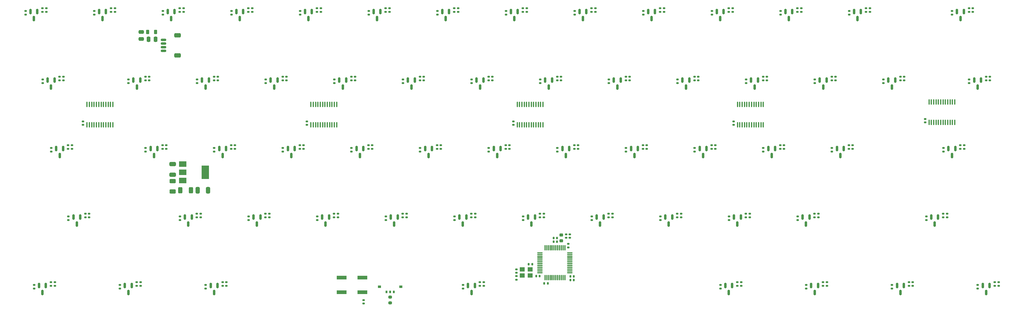
<source format=gbr>
%TF.GenerationSoftware,KiCad,Pcbnew,7.0.7*%
%TF.CreationDate,2023-12-09T23:09:19-05:00*%
%TF.ProjectId,keyboard,6b657962-6f61-4726-942e-6b696361645f,rev?*%
%TF.SameCoordinates,Original*%
%TF.FileFunction,Paste,Bot*%
%TF.FilePolarity,Positive*%
%FSLAX46Y46*%
G04 Gerber Fmt 4.6, Leading zero omitted, Abs format (unit mm)*
G04 Created by KiCad (PCBNEW 7.0.7) date 2023-12-09 23:09:19*
%MOMM*%
%LPD*%
G01*
G04 APERTURE LIST*
G04 Aperture macros list*
%AMRoundRect*
0 Rectangle with rounded corners*
0 $1 Rounding radius*
0 $2 $3 $4 $5 $6 $7 $8 $9 X,Y pos of 4 corners*
0 Add a 4 corners polygon primitive as box body*
4,1,4,$2,$3,$4,$5,$6,$7,$8,$9,$2,$3,0*
0 Add four circle primitives for the rounded corners*
1,1,$1+$1,$2,$3*
1,1,$1+$1,$4,$5*
1,1,$1+$1,$6,$7*
1,1,$1+$1,$8,$9*
0 Add four rect primitives between the rounded corners*
20,1,$1+$1,$2,$3,$4,$5,0*
20,1,$1+$1,$4,$5,$6,$7,0*
20,1,$1+$1,$6,$7,$8,$9,0*
20,1,$1+$1,$8,$9,$2,$3,0*%
G04 Aperture macros list end*
%ADD10R,2.750000X1.000000*%
%ADD11RoundRect,0.150000X-0.150000X0.587500X-0.150000X-0.587500X0.150000X-0.587500X0.150000X0.587500X0*%
%ADD12RoundRect,0.140000X-0.170000X0.140000X-0.170000X-0.140000X0.170000X-0.140000X0.170000X0.140000X0*%
%ADD13RoundRect,0.135000X-0.185000X0.135000X-0.185000X-0.135000X0.185000X-0.135000X0.185000X0.135000X0*%
%ADD14RoundRect,0.100000X-0.100000X0.637500X-0.100000X-0.637500X0.100000X-0.637500X0.100000X0.637500X0*%
%ADD15RoundRect,0.250000X0.312500X0.625000X-0.312500X0.625000X-0.312500X-0.625000X0.312500X-0.625000X0*%
%ADD16R,2.000000X1.500000*%
%ADD17R,2.000000X3.800000*%
%ADD18RoundRect,0.140000X0.170000X-0.140000X0.170000X0.140000X-0.170000X0.140000X-0.170000X-0.140000X0*%
%ADD19RoundRect,0.218750X0.218750X0.381250X-0.218750X0.381250X-0.218750X-0.381250X0.218750X-0.381250X0*%
%ADD20RoundRect,0.140000X0.140000X0.170000X-0.140000X0.170000X-0.140000X-0.170000X0.140000X-0.170000X0*%
%ADD21RoundRect,0.250000X-0.475000X0.250000X-0.475000X-0.250000X0.475000X-0.250000X0.475000X0.250000X0*%
%ADD22RoundRect,0.250000X-0.650000X0.325000X-0.650000X-0.325000X0.650000X-0.325000X0.650000X0.325000X0*%
%ADD23R,1.400000X1.200000*%
%ADD24R,0.600000X0.700000*%
%ADD25R,0.900000X0.700000*%
%ADD26RoundRect,0.140000X-0.140000X-0.170000X0.140000X-0.170000X0.140000X0.170000X-0.140000X0.170000X0*%
%ADD27RoundRect,0.250000X-0.625000X0.312500X-0.625000X-0.312500X0.625000X-0.312500X0.625000X0.312500X0*%
%ADD28RoundRect,0.135000X0.135000X0.185000X-0.135000X0.185000X-0.135000X-0.185000X0.135000X-0.185000X0*%
%ADD29RoundRect,0.250000X0.325000X0.650000X-0.325000X0.650000X-0.325000X-0.650000X0.325000X-0.650000X0*%
%ADD30RoundRect,0.075000X-0.662500X-0.075000X0.662500X-0.075000X0.662500X0.075000X-0.662500X0.075000X0*%
%ADD31RoundRect,0.075000X-0.075000X-0.662500X0.075000X-0.662500X0.075000X0.662500X-0.075000X0.662500X0*%
%ADD32RoundRect,0.200000X-0.275000X0.200000X-0.275000X-0.200000X0.275000X-0.200000X0.275000X0.200000X0*%
%ADD33RoundRect,0.250000X0.250000X0.475000X-0.250000X0.475000X-0.250000X-0.475000X0.250000X-0.475000X0*%
%ADD34RoundRect,0.218750X0.256250X-0.218750X0.256250X0.218750X-0.256250X0.218750X-0.256250X-0.218750X0*%
%ADD35RoundRect,0.150000X-0.625000X0.150000X-0.625000X-0.150000X0.625000X-0.150000X0.625000X0.150000X0*%
%ADD36RoundRect,0.250000X-0.650000X0.350000X-0.650000X-0.350000X0.650000X-0.350000X0.650000X0.350000X0*%
G04 APERTURE END LIST*
D10*
%TO.C,SW1*%
X92172456Y-82109800D03*
X97922456Y-82109800D03*
X92172456Y-86109800D03*
X97922456Y-86109800D03*
%TD*%
D11*
%TO.C,HALL60*%
X246306206Y-84327300D03*
X248206206Y-84327300D03*
X247256206Y-86202300D03*
%TD*%
D12*
%TO.C,C51*%
X38761256Y-26228500D03*
X38761256Y-27188500D03*
%TD*%
D13*
%TO.C,R11*%
X161516256Y-7169500D03*
X161516256Y-8189500D03*
%TD*%
D12*
%TO.C,C50*%
X32992256Y-26983500D03*
X32992256Y-27943500D03*
%TD*%
D14*
%TO.C,U6*%
X140893756Y-33887300D03*
X141543756Y-33887300D03*
X142193756Y-33887300D03*
X142843756Y-33887300D03*
X143493756Y-33887300D03*
X144143756Y-33887300D03*
X144793756Y-33887300D03*
X145443756Y-33887300D03*
X146093756Y-33887300D03*
X146743756Y-33887300D03*
X147393756Y-33887300D03*
X148043756Y-33887300D03*
X148043756Y-39612300D03*
X147393756Y-39612300D03*
X146743756Y-39612300D03*
X146093756Y-39612300D03*
X145443756Y-39612300D03*
X144793756Y-39612300D03*
X144143756Y-39612300D03*
X143493756Y-39612300D03*
X142843756Y-39612300D03*
X142193756Y-39612300D03*
X141543756Y-39612300D03*
X140893756Y-39612300D03*
%TD*%
D11*
%TO.C,HALL47*%
X124862456Y-65277300D03*
X126762456Y-65277300D03*
X125812456Y-67152300D03*
%TD*%
D12*
%TO.C,C105*%
X53048756Y-64328500D03*
X53048756Y-65288500D03*
%TD*%
%TO.C,C115*%
X148298756Y-64328500D03*
X148298756Y-65288500D03*
%TD*%
%TO.C,C62*%
X147292256Y-26983500D03*
X147292256Y-27943500D03*
%TD*%
D15*
%TO.C,R65*%
X50337500Y-57800000D03*
X47412500Y-57800000D03*
%TD*%
D12*
%TO.C,C64*%
X166342256Y-26983500D03*
X166342256Y-27943500D03*
%TD*%
%TO.C,C141*%
X274505006Y-83378500D03*
X274505006Y-84338500D03*
%TD*%
%TO.C,C78*%
X37754756Y-46033500D03*
X37754756Y-46993500D03*
%TD*%
%TO.C,C113*%
X129248756Y-64328500D03*
X129248756Y-65288500D03*
%TD*%
%TO.C,C60*%
X128242256Y-26983500D03*
X128242256Y-27943500D03*
%TD*%
%TO.C,C88*%
X133004756Y-46033500D03*
X133004756Y-46993500D03*
%TD*%
D13*
%TO.C,R47*%
X90078756Y-64319500D03*
X90078756Y-65339500D03*
%TD*%
D12*
%TO.C,C66*%
X185392256Y-26983500D03*
X185392256Y-27943500D03*
%TD*%
D11*
%TO.C,HALL44*%
X67712456Y-65277300D03*
X69612456Y-65277300D03*
X68662456Y-67152300D03*
%TD*%
%TO.C,HALL39*%
X210587456Y-46227300D03*
X212487456Y-46227300D03*
X211537456Y-48102300D03*
%TD*%
D16*
%TO.C,U2*%
X48043750Y-55075000D03*
X48043750Y-52775000D03*
D17*
X54343750Y-52775000D03*
D16*
X48043750Y-50475000D03*
%TD*%
D12*
%TO.C,C74*%
X266354756Y-26983500D03*
X266354756Y-27943500D03*
%TD*%
D13*
%TO.C,R61*%
X225810006Y-83369500D03*
X225810006Y-84389500D03*
%TD*%
D11*
%TO.C,HALL6*%
X101049956Y-8127300D03*
X102949956Y-8127300D03*
X101999956Y-10002300D03*
%TD*%
D12*
%TO.C,C118*%
X180629756Y-65083500D03*
X180629756Y-66043500D03*
%TD*%
%TO.C,C98*%
X228254756Y-46033500D03*
X228254756Y-46993500D03*
%TD*%
D11*
%TO.C,HALL4*%
X62949956Y-8127300D03*
X64849956Y-8127300D03*
X63899956Y-10002300D03*
%TD*%
%TO.C,HALL36*%
X153437456Y-46227300D03*
X155337456Y-46227300D03*
X154387456Y-48102300D03*
%TD*%
%TO.C,HALL13*%
X234399956Y-8127300D03*
X236299956Y-8127300D03*
X235349956Y-10002300D03*
%TD*%
D18*
%TO.C,C12*%
X20407756Y-39609900D03*
X20407756Y-38649900D03*
%TD*%
D12*
%TO.C,C68*%
X204442256Y-26983500D03*
X204442256Y-27943500D03*
%TD*%
D11*
%TO.C,HALL22*%
X148674956Y-27177300D03*
X150574956Y-27177300D03*
X149624956Y-29052300D03*
%TD*%
D12*
%TO.C,C84*%
X94904756Y-46033500D03*
X94904756Y-46993500D03*
%TD*%
D11*
%TO.C,HALL33*%
X96287456Y-46227300D03*
X98187456Y-46227300D03*
X97237456Y-48102300D03*
%TD*%
D18*
%TO.C,C4*%
X155457549Y-70992300D03*
X155457549Y-70032300D03*
%TD*%
D19*
%TO.C,FB2*%
X40477456Y-13800000D03*
X38352456Y-13800000D03*
%TD*%
D12*
%TO.C,C59*%
X114961256Y-26228500D03*
X114961256Y-27188500D03*
%TD*%
%TO.C,C19*%
X29236256Y-7178500D03*
X29236256Y-8138500D03*
%TD*%
%TO.C,C38*%
X175867256Y-7933500D03*
X175867256Y-8893500D03*
%TD*%
D13*
%TO.C,R7*%
X85316256Y-7169500D03*
X85316256Y-8189500D03*
%TD*%
%TO.C,R5*%
X47216256Y-7169500D03*
X47216256Y-8189500D03*
%TD*%
%TO.C,R62*%
X249622506Y-83369500D03*
X249622506Y-84389500D03*
%TD*%
%TO.C,R56*%
X11497506Y-83369500D03*
X11497506Y-84389500D03*
%TD*%
D18*
%TO.C,C22*%
X200945256Y-39609900D03*
X200945256Y-38649900D03*
%TD*%
D11*
%TO.C,HALL15*%
X10562456Y-27177300D03*
X12462456Y-27177300D03*
X11512456Y-29052300D03*
%TD*%
D12*
%TO.C,C81*%
X62573756Y-45278500D03*
X62573756Y-46238500D03*
%TD*%
D13*
%TO.C,R55*%
X259147506Y-64319500D03*
X259147506Y-65339500D03*
%TD*%
D11*
%TO.C,HALL12*%
X215349956Y-8127300D03*
X217249956Y-8127300D03*
X216299956Y-10002300D03*
%TD*%
D14*
%TO.C,U7*%
X202043756Y-33887300D03*
X202693756Y-33887300D03*
X203343756Y-33887300D03*
X203993756Y-33887300D03*
X204643756Y-33887300D03*
X205293756Y-33887300D03*
X205943756Y-33887300D03*
X206593756Y-33887300D03*
X207243756Y-33887300D03*
X207893756Y-33887300D03*
X208543756Y-33887300D03*
X209193756Y-33887300D03*
X209193756Y-39612300D03*
X208543756Y-39612300D03*
X207893756Y-39612300D03*
X207243756Y-39612300D03*
X206593756Y-39612300D03*
X205943756Y-39612300D03*
X205293756Y-39612300D03*
X204643756Y-39612300D03*
X203993756Y-39612300D03*
X203343756Y-39612300D03*
X202693756Y-39612300D03*
X202043756Y-39612300D03*
%TD*%
D12*
%TO.C,C136*%
X221111006Y-84133500D03*
X221111006Y-85093500D03*
%TD*%
%TO.C,C116*%
X161579756Y-65083500D03*
X161579756Y-66043500D03*
%TD*%
D13*
%TO.C,R1*%
X9116256Y-7169500D03*
X9116256Y-8189500D03*
%TD*%
D11*
%TO.C,HALL20*%
X110574956Y-27177300D03*
X112474956Y-27177300D03*
X111524956Y-29052300D03*
%TD*%
D13*
%TO.C,R14*%
X218666256Y-7169500D03*
X218666256Y-8189500D03*
%TD*%
%TO.C,R10*%
X142466256Y-7169500D03*
X142466256Y-8189500D03*
%TD*%
%TO.C,R41*%
X213903756Y-45269500D03*
X213903756Y-46289500D03*
%TD*%
D11*
%TO.C,HALL2*%
X24849956Y-8127300D03*
X26749956Y-8127300D03*
X25799956Y-10002300D03*
%TD*%
D20*
%TO.C,C6*%
X151932268Y-72072488D03*
X150972268Y-72072488D03*
%TD*%
D12*
%TO.C,C97*%
X214973756Y-45278500D03*
X214973756Y-46238500D03*
%TD*%
D13*
%TO.C,R45*%
X51978756Y-64319500D03*
X51978756Y-65339500D03*
%TD*%
D12*
%TO.C,C27*%
X67336256Y-7178500D03*
X67336256Y-8138500D03*
%TD*%
%TO.C,C45*%
X238786256Y-7178500D03*
X238786256Y-8138500D03*
%TD*%
D21*
%TO.C,C142*%
X36541206Y-13800000D03*
X36541206Y-15700000D03*
%TD*%
D12*
%TO.C,C140*%
X268736006Y-84133500D03*
X268736006Y-85093500D03*
%TD*%
%TO.C,C29*%
X86386256Y-7178500D03*
X86386256Y-8138500D03*
%TD*%
%TO.C,C85*%
X100673756Y-45278500D03*
X100673756Y-46238500D03*
%TD*%
%TO.C,C28*%
X80617256Y-7933500D03*
X80617256Y-8893500D03*
%TD*%
%TO.C,C133*%
X131630006Y-83378500D03*
X131630006Y-84338500D03*
%TD*%
D13*
%TO.C,R34*%
X80553756Y-45269500D03*
X80553756Y-46289500D03*
%TD*%
D12*
%TO.C,C14*%
X140704956Y-79759800D03*
X140704956Y-80719800D03*
%TD*%
%TO.C,C43*%
X219736256Y-7178500D03*
X219736256Y-8138500D03*
%TD*%
D11*
%TO.C,HALL34*%
X115337456Y-46227300D03*
X117237456Y-46227300D03*
X116287456Y-48102300D03*
%TD*%
D13*
%TO.C,R29*%
X247241256Y-26219500D03*
X247241256Y-27239500D03*
%TD*%
D12*
%TO.C,C87*%
X119723756Y-45278500D03*
X119723756Y-46238500D03*
%TD*%
D11*
%TO.C,HALL43*%
X48662456Y-65277300D03*
X50562456Y-65277300D03*
X49612456Y-67152300D03*
%TD*%
D18*
%TO.C,C5*%
X154457549Y-70992300D03*
X154457549Y-70032300D03*
%TD*%
D12*
%TO.C,C131*%
X60192506Y-83378500D03*
X60192506Y-84338500D03*
%TD*%
D13*
%TO.C,R38*%
X156753756Y-45269500D03*
X156753756Y-46289500D03*
%TD*%
D11*
%TO.C,HALL58*%
X198681206Y-84327300D03*
X200581206Y-84327300D03*
X199631206Y-86202300D03*
%TD*%
D12*
%TO.C,C128*%
X30611006Y-84133500D03*
X30611006Y-85093500D03*
%TD*%
D11*
%TO.C,HALL59*%
X222493706Y-84327300D03*
X224393706Y-84327300D03*
X223443706Y-86202300D03*
%TD*%
D13*
%TO.C,R13*%
X199616256Y-7169500D03*
X199616256Y-8189500D03*
%TD*%
%TO.C,R30*%
X271053756Y-26219500D03*
X271053756Y-27239500D03*
%TD*%
%TO.C,R23*%
X132941256Y-26219500D03*
X132941256Y-27239500D03*
%TD*%
D12*
%TO.C,C76*%
X11561006Y-46033500D03*
X11561006Y-46993500D03*
%TD*%
%TO.C,C121*%
X205448756Y-64328500D03*
X205448756Y-65288500D03*
%TD*%
D11*
%TO.C,HALL32*%
X77237456Y-46227300D03*
X79137456Y-46227300D03*
X78187456Y-48102300D03*
%TD*%
D12*
%TO.C,C2*%
X10186256Y-7178500D03*
X10186256Y-8138500D03*
%TD*%
D13*
%TO.C,R46*%
X71028756Y-64319500D03*
X71028756Y-65339500D03*
%TD*%
D12*
%TO.C,C91*%
X157823756Y-45278500D03*
X157823756Y-46238500D03*
%TD*%
D22*
%TO.C,C15*%
X45300000Y-50525000D03*
X45300000Y-53475000D03*
%TD*%
D12*
%TO.C,C52*%
X52042256Y-26983500D03*
X52042256Y-27943500D03*
%TD*%
D11*
%TO.C,HALL7*%
X120099956Y-8127300D03*
X121999956Y-8127300D03*
X121049956Y-10002300D03*
%TD*%
D13*
%TO.C,R63*%
X273435006Y-83369500D03*
X273435006Y-84389500D03*
%TD*%
D12*
%TO.C,C96*%
X209204756Y-46033500D03*
X209204756Y-46993500D03*
%TD*%
D23*
%TO.C,Y1*%
X144504956Y-81469800D03*
X142304956Y-81469800D03*
X142304956Y-79769800D03*
X144504956Y-79769800D03*
%TD*%
D13*
%TO.C,R24*%
X151991256Y-26219500D03*
X151991256Y-27239500D03*
%TD*%
D12*
%TO.C,C109*%
X91148756Y-64328500D03*
X91148756Y-65288500D03*
%TD*%
D14*
%TO.C,U8*%
X255193756Y-33193500D03*
X255843756Y-33193500D03*
X256493756Y-33193500D03*
X257143756Y-33193500D03*
X257793756Y-33193500D03*
X258443756Y-33193500D03*
X259093756Y-33193500D03*
X259743756Y-33193500D03*
X260393756Y-33193500D03*
X261043756Y-33193500D03*
X261693756Y-33193500D03*
X262343756Y-33193500D03*
X262343756Y-38918500D03*
X261693756Y-38918500D03*
X261043756Y-38918500D03*
X260393756Y-38918500D03*
X259743756Y-38918500D03*
X259093756Y-38918500D03*
X258443756Y-38918500D03*
X257793756Y-38918500D03*
X257143756Y-38918500D03*
X256493756Y-38918500D03*
X255843756Y-38918500D03*
X255193756Y-38918500D03*
%TD*%
D13*
%TO.C,R32*%
X42453756Y-45269500D03*
X42453756Y-46289500D03*
%TD*%
D11*
%TO.C,HALL55*%
X31993706Y-84327300D03*
X33893706Y-84327300D03*
X32943706Y-86202300D03*
%TD*%
D12*
%TO.C,C120*%
X199679756Y-65083500D03*
X199679756Y-66043500D03*
%TD*%
D13*
%TO.C,R12*%
X180566256Y-7169500D03*
X180566256Y-8189500D03*
%TD*%
D11*
%TO.C,HALL9*%
X158199956Y-8127300D03*
X160099956Y-8127300D03*
X159149956Y-10002300D03*
%TD*%
%TO.C,HALL41*%
X260593706Y-46227300D03*
X262493706Y-46227300D03*
X261543706Y-48102300D03*
%TD*%
D24*
%TO.C,U3*%
X104624956Y-86069800D03*
X106624956Y-86069800D03*
X105624956Y-86069800D03*
D25*
X102624956Y-84619800D03*
X108624956Y-84619800D03*
%TD*%
D12*
%TO.C,C31*%
X105436256Y-7178500D03*
X105436256Y-8138500D03*
%TD*%
%TO.C,C123*%
X224498756Y-64328500D03*
X224498756Y-65288500D03*
%TD*%
D11*
%TO.C,HALL45*%
X86762456Y-65277300D03*
X88662456Y-65277300D03*
X87712456Y-67152300D03*
%TD*%
D13*
%TO.C,R15*%
X237716256Y-7169500D03*
X237716256Y-8189500D03*
%TD*%
D12*
%TO.C,C37*%
X162586256Y-7178500D03*
X162586256Y-8138500D03*
%TD*%
D11*
%TO.C,HALL11*%
X196299956Y-8127300D03*
X198199956Y-8127300D03*
X197249956Y-10002300D03*
%TD*%
D12*
%TO.C,C36*%
X156817256Y-7933500D03*
X156817256Y-8893500D03*
%TD*%
%TO.C,C95*%
X195923756Y-45278500D03*
X195923756Y-46238500D03*
%TD*%
D11*
%TO.C,HALL28*%
X267737456Y-27177300D03*
X269637456Y-27177300D03*
X268687456Y-29052300D03*
%TD*%
D18*
%TO.C,C20*%
X139795256Y-39609900D03*
X139795256Y-38649900D03*
%TD*%
D11*
%TO.C,HALL42*%
X17706206Y-65277300D03*
X19606206Y-65277300D03*
X18656206Y-67152300D03*
%TD*%
D13*
%TO.C,R4*%
X28166256Y-7169500D03*
X28166256Y-8189500D03*
%TD*%
D12*
%TO.C,C32*%
X118717256Y-7933500D03*
X118717256Y-8893500D03*
%TD*%
D11*
%TO.C,HALL19*%
X91524956Y-27177300D03*
X93424956Y-27177300D03*
X92474956Y-29052300D03*
%TD*%
D14*
%TO.C,U4*%
X21506256Y-33887300D03*
X22156256Y-33887300D03*
X22806256Y-33887300D03*
X23456256Y-33887300D03*
X24106256Y-33887300D03*
X24756256Y-33887300D03*
X25406256Y-33887300D03*
X26056256Y-33887300D03*
X26706256Y-33887300D03*
X27356256Y-33887300D03*
X28006256Y-33887300D03*
X28656256Y-33887300D03*
X28656256Y-39612300D03*
X28006256Y-39612300D03*
X27356256Y-39612300D03*
X26706256Y-39612300D03*
X26056256Y-39612300D03*
X25406256Y-39612300D03*
X24756256Y-39612300D03*
X24106256Y-39612300D03*
X23456256Y-39612300D03*
X22806256Y-39612300D03*
X22156256Y-39612300D03*
X21506256Y-39612300D03*
%TD*%
D11*
%TO.C,HALL38*%
X191537456Y-46227300D03*
X193437456Y-46227300D03*
X192487456Y-48102300D03*
%TD*%
D12*
%TO.C,C83*%
X81623756Y-45278500D03*
X81623756Y-46238500D03*
%TD*%
%TO.C,C48*%
X9179756Y-26983500D03*
X9179756Y-27943500D03*
%TD*%
D11*
%TO.C,HALL54*%
X8181206Y-84327300D03*
X10081206Y-84327300D03*
X9131206Y-86202300D03*
%TD*%
D13*
%TO.C,R28*%
X228191256Y-26219500D03*
X228191256Y-27239500D03*
%TD*%
%TO.C,R9*%
X123416256Y-7169500D03*
X123416256Y-8189500D03*
%TD*%
D26*
%TO.C,C9*%
X155664956Y-81727300D03*
X156624956Y-81727300D03*
%TD*%
D12*
%TO.C,C94*%
X190154756Y-46033500D03*
X190154756Y-46993500D03*
%TD*%
%TO.C,C47*%
X267361256Y-7178500D03*
X267361256Y-8138500D03*
%TD*%
D11*
%TO.C,HALL52*%
X220112456Y-65277300D03*
X222012456Y-65277300D03*
X221062456Y-67152300D03*
%TD*%
%TO.C,HALL3*%
X43899956Y-8127300D03*
X45799956Y-8127300D03*
X44849956Y-10002300D03*
%TD*%
D12*
%TO.C,C33*%
X124486256Y-7178500D03*
X124486256Y-8138500D03*
%TD*%
%TO.C,C56*%
X90142256Y-26983500D03*
X90142256Y-27943500D03*
%TD*%
D13*
%TO.C,R48*%
X109128756Y-64319500D03*
X109128756Y-65339500D03*
%TD*%
%TO.C,R52*%
X185328756Y-64319500D03*
X185328756Y-65339500D03*
%TD*%
%TO.C,R60*%
X201997506Y-83369500D03*
X201997506Y-84389500D03*
%TD*%
D11*
%TO.C,HALL53*%
X255831206Y-65277300D03*
X257731206Y-65277300D03*
X256781206Y-67152300D03*
%TD*%
%TO.C,HALL23*%
X167724956Y-27177300D03*
X169624956Y-27177300D03*
X168674956Y-29052300D03*
%TD*%
D12*
%TO.C,C35*%
X143536256Y-7178500D03*
X143536256Y-8138500D03*
%TD*%
D14*
%TO.C,U5*%
X83637456Y-33887300D03*
X84287456Y-33887300D03*
X84937456Y-33887300D03*
X85587456Y-33887300D03*
X86237456Y-33887300D03*
X86887456Y-33887300D03*
X87537456Y-33887300D03*
X88187456Y-33887300D03*
X88837456Y-33887300D03*
X89487456Y-33887300D03*
X90137456Y-33887300D03*
X90787456Y-33887300D03*
X90787456Y-39612300D03*
X90137456Y-39612300D03*
X89487456Y-39612300D03*
X88837456Y-39612300D03*
X88187456Y-39612300D03*
X87537456Y-39612300D03*
X86887456Y-39612300D03*
X86237456Y-39612300D03*
X85587456Y-39612300D03*
X84937456Y-39612300D03*
X84287456Y-39612300D03*
X83637456Y-39612300D03*
%TD*%
D13*
%TO.C,R35*%
X99603756Y-45269500D03*
X99603756Y-46289500D03*
%TD*%
D12*
%TO.C,C132*%
X125861006Y-84133500D03*
X125861006Y-85093500D03*
%TD*%
D18*
%TO.C,C11*%
X155054956Y-73677300D03*
X155054956Y-72717300D03*
%TD*%
D11*
%TO.C,HALL40*%
X229637456Y-46227300D03*
X231537456Y-46227300D03*
X230587456Y-48102300D03*
%TD*%
%TO.C,HALL49*%
X162962456Y-65277300D03*
X164862456Y-65277300D03*
X163912456Y-67152300D03*
%TD*%
D13*
%TO.C,R58*%
X59122506Y-83369500D03*
X59122506Y-84389500D03*
%TD*%
%TO.C,R43*%
X263910006Y-45269500D03*
X263910006Y-46289500D03*
%TD*%
D12*
%TO.C,C137*%
X226880006Y-83378500D03*
X226880006Y-84338500D03*
%TD*%
D13*
%TO.C,R57*%
X35310006Y-83369500D03*
X35310006Y-84389500D03*
%TD*%
D12*
%TO.C,C39*%
X181636256Y-7178500D03*
X181636256Y-8138500D03*
%TD*%
%TO.C,C77*%
X17330006Y-45278500D03*
X17330006Y-46238500D03*
%TD*%
D11*
%TO.C,HALL1*%
X5799956Y-8127300D03*
X7699956Y-8127300D03*
X6749956Y-10002300D03*
%TD*%
%TO.C,HALL61*%
X270118706Y-84327300D03*
X272018706Y-84327300D03*
X271068706Y-86202300D03*
%TD*%
D13*
%TO.C,R17*%
X13878756Y-26219500D03*
X13878756Y-27239500D03*
%TD*%
D27*
%TO.C,R64*%
X45300000Y-55237500D03*
X45300000Y-58162500D03*
%TD*%
D12*
%TO.C,C24*%
X42517256Y-7933500D03*
X42517256Y-8893500D03*
%TD*%
D13*
%TO.C,R53*%
X204378756Y-64319500D03*
X204378756Y-65339500D03*
%TD*%
D11*
%TO.C,HALL8*%
X139149956Y-8127300D03*
X141049956Y-8127300D03*
X140099956Y-10002300D03*
%TD*%
D12*
%TO.C,C79*%
X43523756Y-45278500D03*
X43523756Y-46238500D03*
%TD*%
D28*
%TO.C,R2*%
X145094956Y-78362300D03*
X144074956Y-78362300D03*
%TD*%
D12*
%TO.C,C125*%
X260217506Y-64328500D03*
X260217506Y-65288500D03*
%TD*%
%TO.C,C58*%
X109192256Y-26983500D03*
X109192256Y-27943500D03*
%TD*%
%TO.C,C106*%
X66329756Y-65083500D03*
X66329756Y-66043500D03*
%TD*%
D18*
%TO.C,C10*%
X82538956Y-39609900D03*
X82538956Y-38649900D03*
%TD*%
D29*
%TO.C,C16*%
X55112500Y-57800000D03*
X52162500Y-57800000D03*
%TD*%
D12*
%TO.C,C54*%
X71092256Y-26983500D03*
X71092256Y-27943500D03*
%TD*%
%TO.C,C92*%
X171104756Y-46033500D03*
X171104756Y-46993500D03*
%TD*%
%TO.C,C108*%
X85379756Y-65083500D03*
X85379756Y-66043500D03*
%TD*%
%TO.C,C124*%
X254448506Y-65083500D03*
X254448506Y-66043500D03*
%TD*%
%TO.C,C25*%
X48286256Y-7178500D03*
X48286256Y-8138500D03*
%TD*%
D13*
%TO.C,R6*%
X66266256Y-7169500D03*
X66266256Y-8189500D03*
%TD*%
%TO.C,R27*%
X209141256Y-26219500D03*
X209141256Y-27239500D03*
%TD*%
%TO.C,R36*%
X118653756Y-45269500D03*
X118653756Y-46289500D03*
%TD*%
D12*
%TO.C,C86*%
X113954756Y-46033500D03*
X113954756Y-46993500D03*
%TD*%
%TO.C,C130*%
X54423506Y-84133500D03*
X54423506Y-85093500D03*
%TD*%
D30*
%TO.C,U1*%
X147212456Y-80707300D03*
X147212456Y-80207300D03*
X147212456Y-79707300D03*
X147212456Y-79207300D03*
X147212456Y-78707300D03*
X147212456Y-78207300D03*
X147212456Y-77707300D03*
X147212456Y-77207300D03*
X147212456Y-76707300D03*
X147212456Y-76207300D03*
X147212456Y-75707300D03*
X147212456Y-75207300D03*
D31*
X148624956Y-73794800D03*
X149124956Y-73794800D03*
X149624956Y-73794800D03*
X150124956Y-73794800D03*
X150624956Y-73794800D03*
X151124956Y-73794800D03*
X151624956Y-73794800D03*
X152124956Y-73794800D03*
X152624956Y-73794800D03*
X153124956Y-73794800D03*
X153624956Y-73794800D03*
X154124956Y-73794800D03*
D30*
X155537456Y-75207300D03*
X155537456Y-75707300D03*
X155537456Y-76207300D03*
X155537456Y-76707300D03*
X155537456Y-77207300D03*
X155537456Y-77707300D03*
X155537456Y-78207300D03*
X155537456Y-78707300D03*
X155537456Y-79207300D03*
X155537456Y-79707300D03*
X155537456Y-80207300D03*
X155537456Y-80707300D03*
D31*
X154124956Y-82119800D03*
X153624956Y-82119800D03*
X153124956Y-82119800D03*
X152624956Y-82119800D03*
X152124956Y-82119800D03*
X151624956Y-82119800D03*
X151124956Y-82119800D03*
X150624956Y-82119800D03*
X150124956Y-82119800D03*
X149624956Y-82119800D03*
X149124956Y-82119800D03*
X148624956Y-82119800D03*
%TD*%
D13*
%TO.C,R50*%
X147228756Y-64319500D03*
X147228756Y-65339500D03*
%TD*%
D18*
%TO.C,C17*%
X98224956Y-89307300D03*
X98224956Y-88347300D03*
%TD*%
D12*
%TO.C,C138*%
X244923506Y-84133500D03*
X244923506Y-85093500D03*
%TD*%
%TO.C,C112*%
X123479756Y-65083500D03*
X123479756Y-66043500D03*
%TD*%
D11*
%TO.C,HALL5*%
X81999956Y-8127300D03*
X83899956Y-8127300D03*
X82949956Y-10002300D03*
%TD*%
D12*
%TO.C,C103*%
X22092506Y-64328500D03*
X22092506Y-65288500D03*
%TD*%
D13*
%TO.C,R31*%
X16260006Y-45269500D03*
X16260006Y-46289500D03*
%TD*%
D12*
%TO.C,C90*%
X152054756Y-46033500D03*
X152054756Y-46993500D03*
%TD*%
D11*
%TO.C,HALL51*%
X201062456Y-65277300D03*
X202962456Y-65277300D03*
X202012456Y-67152300D03*
%TD*%
D32*
%TO.C,R3*%
X105624956Y-87482300D03*
X105624956Y-89132300D03*
%TD*%
D13*
%TO.C,R19*%
X56741256Y-26219500D03*
X56741256Y-27239500D03*
%TD*%
%TO.C,R26*%
X190091256Y-26219500D03*
X190091256Y-27239500D03*
%TD*%
D12*
%TO.C,C26*%
X61567256Y-7933500D03*
X61567256Y-8893500D03*
%TD*%
%TO.C,C82*%
X75854756Y-46033500D03*
X75854756Y-46993500D03*
%TD*%
D13*
%TO.C,R54*%
X223428756Y-64319500D03*
X223428756Y-65339500D03*
%TD*%
%TO.C,R18*%
X37691256Y-26219500D03*
X37691256Y-27239500D03*
%TD*%
D33*
%TO.C,C23*%
X40484956Y-15800000D03*
X38584956Y-15800000D03*
%TD*%
D12*
%TO.C,C119*%
X186398756Y-64328500D03*
X186398756Y-65288500D03*
%TD*%
%TO.C,C61*%
X134011256Y-26228500D03*
X134011256Y-27188500D03*
%TD*%
D11*
%TO.C,HALL16*%
X34374956Y-27177300D03*
X36274956Y-27177300D03*
X35324956Y-29052300D03*
%TD*%
D18*
%TO.C,C21*%
X254095256Y-38916100D03*
X254095256Y-37956100D03*
%TD*%
D13*
%TO.C,R20*%
X75791256Y-26219500D03*
X75791256Y-27239500D03*
%TD*%
D20*
%TO.C,C7*%
X151932268Y-71072488D03*
X150972268Y-71072488D03*
%TD*%
D12*
%TO.C,C67*%
X191161256Y-26228500D03*
X191161256Y-27188500D03*
%TD*%
D26*
%TO.C,C8*%
X148404956Y-83717300D03*
X149364956Y-83717300D03*
%TD*%
D12*
%TO.C,C44*%
X233017256Y-7933500D03*
X233017256Y-8893500D03*
%TD*%
%TO.C,C1*%
X4417256Y-7933500D03*
X4417256Y-8893500D03*
%TD*%
%TO.C,C18*%
X23467256Y-7933500D03*
X23467256Y-8893500D03*
%TD*%
%TO.C,C89*%
X138773756Y-45278500D03*
X138773756Y-46238500D03*
%TD*%
%TO.C,C63*%
X153061256Y-26228500D03*
X153061256Y-27188500D03*
%TD*%
%TO.C,C111*%
X110198756Y-64328500D03*
X110198756Y-65288500D03*
%TD*%
D13*
%TO.C,R8*%
X104366256Y-7169500D03*
X104366256Y-8189500D03*
%TD*%
D12*
%TO.C,C135*%
X203067506Y-83378500D03*
X203067506Y-84338500D03*
%TD*%
D13*
%TO.C,R33*%
X61503756Y-45269500D03*
X61503756Y-46289500D03*
%TD*%
D11*
%TO.C,HALL24*%
X186774956Y-27177300D03*
X188674956Y-27177300D03*
X187724956Y-29052300D03*
%TD*%
D12*
%TO.C,C65*%
X172111256Y-26228500D03*
X172111256Y-27188500D03*
%TD*%
D11*
%TO.C,HALL10*%
X177249956Y-8127300D03*
X179149956Y-8127300D03*
X178199956Y-10002300D03*
%TD*%
D13*
%TO.C,R40*%
X194853756Y-45269500D03*
X194853756Y-46289500D03*
%TD*%
%TO.C,R22*%
X113891256Y-26219500D03*
X113891256Y-27239500D03*
%TD*%
D12*
%TO.C,C129*%
X36380006Y-83378500D03*
X36380006Y-84338500D03*
%TD*%
D11*
%TO.C,HALL48*%
X143912456Y-65277300D03*
X145812456Y-65277300D03*
X144862456Y-67152300D03*
%TD*%
D13*
%TO.C,R44*%
X21022506Y-64319500D03*
X21022506Y-65339500D03*
%TD*%
D12*
%TO.C,C72*%
X242542256Y-26983500D03*
X242542256Y-27943500D03*
%TD*%
%TO.C,C49*%
X14948756Y-26228500D03*
X14948756Y-27188500D03*
%TD*%
D13*
%TO.C,R42*%
X232953756Y-45269500D03*
X232953756Y-46289500D03*
%TD*%
D11*
%TO.C,HALL18*%
X72474956Y-27177300D03*
X74374956Y-27177300D03*
X73424956Y-29052300D03*
%TD*%
D12*
%TO.C,C139*%
X250692506Y-83378500D03*
X250692506Y-84338500D03*
%TD*%
D20*
%TO.C,C143*%
X147144956Y-81679800D03*
X146184956Y-81679800D03*
%TD*%
D12*
%TO.C,C110*%
X104429756Y-65083500D03*
X104429756Y-66043500D03*
%TD*%
%TO.C,C46*%
X261592256Y-7933500D03*
X261592256Y-8893500D03*
%TD*%
D11*
%TO.C,HALL25*%
X205824956Y-27177300D03*
X207724956Y-27177300D03*
X206774956Y-29052300D03*
%TD*%
D12*
%TO.C,C70*%
X223492256Y-26983500D03*
X223492256Y-27943500D03*
%TD*%
%TO.C,C34*%
X137767256Y-7933500D03*
X137767256Y-8893500D03*
%TD*%
D11*
%TO.C,HALL31*%
X58187456Y-46227300D03*
X60087456Y-46227300D03*
X59137456Y-48102300D03*
%TD*%
%TO.C,HALL46*%
X105812456Y-65277300D03*
X107712456Y-65277300D03*
X106762456Y-67152300D03*
%TD*%
%TO.C,HALL56*%
X55806206Y-84327300D03*
X57706206Y-84327300D03*
X56756206Y-86202300D03*
%TD*%
D12*
%TO.C,C114*%
X142529756Y-65083500D03*
X142529756Y-66043500D03*
%TD*%
%TO.C,C126*%
X6798506Y-84133500D03*
X6798506Y-85093500D03*
%TD*%
%TO.C,C104*%
X47279756Y-65083500D03*
X47279756Y-66043500D03*
%TD*%
D13*
%TO.C,R25*%
X171041256Y-26219500D03*
X171041256Y-27239500D03*
%TD*%
D11*
%TO.C,HALL17*%
X53424956Y-27177300D03*
X55324956Y-27177300D03*
X54374956Y-29052300D03*
%TD*%
D26*
%TO.C,C3*%
X155664956Y-82757300D03*
X156624956Y-82757300D03*
%TD*%
D12*
%TO.C,C41*%
X200686256Y-7178500D03*
X200686256Y-8138500D03*
%TD*%
D13*
%TO.C,R16*%
X266291256Y-7169500D03*
X266291256Y-8189500D03*
%TD*%
D11*
%TO.C,HALL14*%
X262974956Y-8127300D03*
X264874956Y-8127300D03*
X263924956Y-10002300D03*
%TD*%
D12*
%TO.C,C99*%
X234023756Y-45278500D03*
X234023756Y-46238500D03*
%TD*%
%TO.C,C101*%
X264980006Y-45278500D03*
X264980006Y-46238500D03*
%TD*%
%TO.C,C57*%
X95911256Y-26228500D03*
X95911256Y-27188500D03*
%TD*%
%TO.C,C30*%
X99667256Y-7933500D03*
X99667256Y-8893500D03*
%TD*%
D11*
%TO.C,HALL50*%
X182012456Y-65277300D03*
X183912456Y-65277300D03*
X182962456Y-67152300D03*
%TD*%
%TO.C,HALL29*%
X12943706Y-46227300D03*
X14843706Y-46227300D03*
X13893706Y-48102300D03*
%TD*%
%TO.C,HALL57*%
X127243706Y-84327300D03*
X129143706Y-84327300D03*
X128193706Y-86202300D03*
%TD*%
D12*
%TO.C,C107*%
X72098756Y-64328500D03*
X72098756Y-65288500D03*
%TD*%
%TO.C,C69*%
X210211256Y-26228500D03*
X210211256Y-27188500D03*
%TD*%
D13*
%TO.C,R51*%
X166278756Y-64319500D03*
X166278756Y-65339500D03*
%TD*%
D12*
%TO.C,C122*%
X218729756Y-65083500D03*
X218729756Y-66043500D03*
%TD*%
D11*
%TO.C,HALL37*%
X172487456Y-46227300D03*
X174387456Y-46227300D03*
X173437456Y-48102300D03*
%TD*%
%TO.C,HALL35*%
X134387456Y-46227300D03*
X136287456Y-46227300D03*
X135337456Y-48102300D03*
%TD*%
D12*
%TO.C,C75*%
X272123756Y-26228500D03*
X272123756Y-27188500D03*
%TD*%
%TO.C,C127*%
X12567506Y-83378500D03*
X12567506Y-84338500D03*
%TD*%
%TO.C,C117*%
X167348756Y-64328500D03*
X167348756Y-65288500D03*
%TD*%
%TO.C,C40*%
X194917256Y-7933500D03*
X194917256Y-8893500D03*
%TD*%
%TO.C,C53*%
X57811256Y-26228500D03*
X57811256Y-27188500D03*
%TD*%
D34*
%TO.C,FB1*%
X153157549Y-71837300D03*
X153157549Y-70262300D03*
%TD*%
D35*
%TO.C,J1*%
X42750000Y-16000000D03*
X42750000Y-17000000D03*
X42750000Y-18000000D03*
X42750000Y-19000000D03*
D36*
X46625000Y-14700000D03*
X46625000Y-20300000D03*
%TD*%
D11*
%TO.C,HALL26*%
X224874956Y-27177300D03*
X226774956Y-27177300D03*
X225824956Y-29052300D03*
%TD*%
D12*
%TO.C,C80*%
X56804756Y-46033500D03*
X56804756Y-46993500D03*
%TD*%
D13*
%TO.C,R37*%
X137703756Y-45269500D03*
X137703756Y-46289500D03*
%TD*%
%TO.C,R49*%
X128178756Y-64319500D03*
X128178756Y-65339500D03*
%TD*%
D12*
%TO.C,C73*%
X248311256Y-26228500D03*
X248311256Y-27188500D03*
%TD*%
%TO.C,C93*%
X176873756Y-45278500D03*
X176873756Y-46238500D03*
%TD*%
D13*
%TO.C,R39*%
X175803756Y-45269500D03*
X175803756Y-46289500D03*
%TD*%
D12*
%TO.C,C42*%
X213967256Y-7933500D03*
X213967256Y-8893500D03*
%TD*%
%TO.C,C102*%
X16323506Y-65083500D03*
X16323506Y-66043500D03*
%TD*%
D13*
%TO.C,R59*%
X130560006Y-83369500D03*
X130560006Y-84389500D03*
%TD*%
D12*
%TO.C,C71*%
X229261256Y-26228500D03*
X229261256Y-27188500D03*
%TD*%
%TO.C,C55*%
X76861256Y-26228500D03*
X76861256Y-27188500D03*
%TD*%
D11*
%TO.C,HALL21*%
X129624956Y-27177300D03*
X131524956Y-27177300D03*
X130574956Y-29052300D03*
%TD*%
D12*
%TO.C,C100*%
X259211006Y-46033500D03*
X259211006Y-46993500D03*
%TD*%
D18*
%TO.C,C13*%
X140714956Y-82639800D03*
X140714956Y-81679800D03*
%TD*%
D11*
%TO.C,HALL27*%
X243924956Y-27177300D03*
X245824956Y-27177300D03*
X244874956Y-29052300D03*
%TD*%
%TO.C,HALL30*%
X39137456Y-46227300D03*
X41037456Y-46227300D03*
X40087456Y-48102300D03*
%TD*%
D13*
%TO.C,R21*%
X94841256Y-26219500D03*
X94841256Y-27239500D03*
%TD*%
D12*
%TO.C,C134*%
X197298506Y-84133500D03*
X197298506Y-85093500D03*
%TD*%
M02*

</source>
